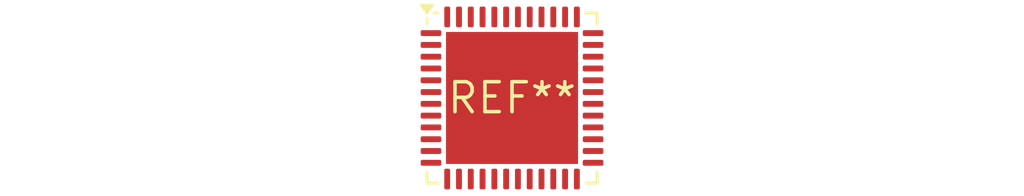
<source format=kicad_pcb>
(kicad_pcb (version 20240108) (generator pcbnew)
  (layers (0 "F.Cu" signal) (31 "B.Cu" signal) (34 "B.Paste" user) (35 "F.Paste" user) (36 "B.SilkS" user "B.Silkscreen") (37 "F.SilkS" user "F.Silkscreen") (38 "B.Mask" user) (39 "F.Mask" user) (44 "Edge.Cuts" user))
  (net 0 "")
  (footprint "QFN-48-1EP_7x7mm_P0.5mm_EP5.6x5.6mm" (layer "F.Cu") (at 0 0)
    (property "Reference" "REF**")
    (property "Value" "QFN-48-1EP_7x7mm_P0.5mm_EP5.6x5.6mm")
    (fp_line (start -3.61 -3.135) (end -3.61 -3.37) (layer "F.SilkS") (stroke (width 0.12)))
    (fp_line (start -3.61 3.61) (end -3.61 3.135) (layer "F.SilkS") (stroke (width 0.12)))
    (fp_line (start -3.135 -3.61) (end -3.31 -3.61) (layer "F.SilkS") (stroke (width 0.12)))
    (fp_line (start -3.135 3.61) (end -3.61 3.61) (layer "F.SilkS") (stroke (width 0.12)))
    (fp_line (start 3.135 -3.61) (end 3.61 -3.61) (layer "F.SilkS") (stroke (width 0.12)))
    (fp_line (start 3.135 3.61) (end 3.61 3.61) (layer "F.SilkS") (stroke (width 0.12)))
    (fp_line (start 3.61 -3.61) (end 3.61 -3.135) (layer "F.SilkS") (stroke (width 0.12)))
    (fp_line (start 3.61 3.61) (end 3.61 3.135) (layer "F.SilkS") (stroke (width 0.12)))
    (fp_poly (pts (xy -3.61 -3.61) (xy -3.85 -3.94) (xy -3.37 -3.94) (xy -3.61 -3.61)) (layer "F.SilkS") (stroke (width 0.12)) (fill solid))
    (pad "1" smd roundrect (at -3.4375 -2.75) (size 0.875 0.25) (layers "F.Cu" "F.Paste" "F.Mask"))
    (pad "2" smd roundrect (at -3.4375 -2.25) (size 0.875 0.25) (layers "F.Cu" "F.Paste" "F.Mask"))
    (pad "3" smd roundrect (at -3.4375 -1.75) (size 0.875 0.25) (layers "F.Cu" "F.Paste" "F.Mask"))
    (pad "4" smd roundrect (at -3.4375 -1.25) (size 0.875 0.25) (layers "F.Cu" "F.Paste" "F.Mask"))
    (pad "5" smd roundrect (at -3.4375 -0.75) (size 0.875 0.25) (layers "F.Cu" "F.Paste" "F.Mask"))
    (pad "6" smd roundrect (at -3.4375 -0.25) (size 0.875 0.25) (layers "F.Cu" "F.Paste" "F.Mask"))
    (pad "7" smd roundrect (at -3.4375 0.25) (size 0.875 0.25) (layers "F.Cu" "F.Paste" "F.Mask"))
    (pad "8" smd roundrect (at -3.4375 0.75) (size 0.875 0.25) (layers "F.Cu" "F.Paste" "F.Mask"))
    (pad "9" smd roundrect (at -3.4375 1.25) (size 0.875 0.25) (layers "F.Cu" "F.Paste" "F.Mask"))
    (pad "10" smd roundrect (at -3.4375 1.75) (size 0.875 0.25) (layers "F.Cu" "F.Paste" "F.Mask"))
    (pad "11" smd roundrect (at -3.4375 2.25) (size 0.875 0.25) (layers "F.Cu" "F.Paste" "F.Mask"))
    (pad "12" smd roundrect (at -3.4375 2.75) (size 0.875 0.25) (layers "F.Cu" "F.Paste" "F.Mask"))
    (pad "13" smd roundrect (at -2.75 3.4375) (size 0.25 0.875) (layers "F.Cu" "F.Paste" "F.Mask"))
    (pad "14" smd roundrect (at -2.25 3.4375) (size 0.25 0.875) (layers "F.Cu" "F.Paste" "F.Mask"))
    (pad "15" smd roundrect (at -1.75 3.4375) (size 0.25 0.875) (layers "F.Cu" "F.Paste" "F.Mask"))
    (pad "16" smd roundrect (at -1.25 3.4375) (size 0.25 0.875) (layers "F.Cu" "F.Paste" "F.Mask"))
    (pad "17" smd roundrect (at -0.75 3.4375) (size 0.25 0.875) (layers "F.Cu" "F.Paste" "F.Mask"))
    (pad "18" smd roundrect (at -0.25 3.4375) (size 0.25 0.875) (layers "F.Cu" "F.Paste" "F.Mask"))
    (pad "19" smd roundrect (at 0.25 3.4375) (size 0.25 0.875) (layers "F.Cu" "F.Paste" "F.Mask"))
    (pad "20" smd roundrect (at 0.75 3.4375) (size 0.25 0.875) (layers "F.Cu" "F.Paste" "F.Mask"))
    (pad "21" smd roundrect (at 1.25 3.4375) (size 0.25 0.875) (layers "F.Cu" "F.Paste" "F.Mask"))
    (pad "22" smd roundrect (at 1.75 3.4375) (size 0.25 0.875) (layers "F.Cu" "F.Paste" "F.Mask"))
    (pad "23" smd roundrect (at 2.25 3.4375) (size 0.25 0.875) (layers "F.Cu" "F.Paste" "F.Mask"))
    (pad "24" smd roundrect (at 2.75 3.4375) (size 0.25 0.875) (layers "F.Cu" "F.Paste" "F.Mask"))
    (pad "25" smd roundrect (at 3.4375 2.75) (size 0.875 0.25) (layers "F.Cu" "F.Paste" "F.Mask"))
    (pad "26" smd roundrect (at 3.4375 2.25) (size 0.875 0.25) (layers "F.Cu" "F.Paste" "F.Mask"))
    (pad "27" smd roundrect (at 3.4375 1.75) (size 0.875 0.25) (layers "F.Cu" "F.Paste" "F.Mask"))
    (pad "28" smd roundrect (at 3.4375 1.25) (size 0.875 0.25) (layers "F.Cu" "F.Paste" "F.Mask"))
    (pad "29" smd roundrect (at 3.4375 0.75) (size 0.875 0.25) (layers "F.Cu" "F.Paste" "F.Mask"))
    (pad "30" smd roundrect (at 3.4375 0.25) (size 0.875 0.25) (layers "F.Cu" "F.Paste" "F.Mask"))
    (pad "31" smd roundrect (at 3.4375 -0.25) (size 0.875 0.25) (layers "F.Cu" "F.Paste" "F.Mask"))
    (pad "32" smd roundrect (at 3.4375 -0.75) (size 0.875 0.25) (layers "F.Cu" "F.Paste" "F.Mask"))
    (pad "33" smd roundrect (at 3.4375 -1.25) (size 0.875 0.25) (layers "F.Cu" "F.Paste" "F.Mask"))
    (pad "34" smd roundrect (at 3.4375 -1.75) (size 0.875 0.25) (layers "F.Cu" "F.Paste" "F.Mask"))
    (pad "35" smd roundrect (at 3.4375 -2.25) (size 0.875 0.25) (layers "F.Cu" "F.Paste" "F.Mask"))
    (pad "36" smd roundrect (at 3.4375 -2.75) (size 0.875 0.25) (layers "F.Cu" "F.Paste" "F.Mask"))
    (pad "37" smd roundrect (at 2.75 -3.4375) (size 0.25 0.875) (layers "F.Cu" "F.Paste" "F.Mask"))
    (pad "38" smd roundrect (at 2.25 -3.4375) (size 0.25 0.875) (layers "F.Cu" "F.Paste" "F.Mask"))
    (pad "39" smd roundrect (at 1.75 -3.4375) (size 0.25 0.875) (layers "F.Cu" "F.Paste" "F.Mask"))
    (pad "40" smd roundrect (at 1.25 -3.4375) (size 0.25 0.875) (layers "F.Cu" "F.Paste" "F.Mask"))
    (pad "41" smd roundrect (at 0.75 -3.4375) (size 0.25 0.875) (layers "F.Cu" "F.Paste" "F.Mask"))
    (pad "42" smd roundrect (at 0.25 -3.4375) (size 0.25 0.875) (layers "F.Cu" "F.Paste" "F.Mask"))
    (pad "43" smd roundrect (at -0.25 -3.4375) (size 0.25 0.875) (layers "F.Cu" "F.Paste" "F.Mask"))
    (pad "44" smd roundrect (at -0.75 -3.4375) (size 0.25 0.875) (layers "F.Cu" "F.Paste" "F.Mask"))
    (pad "45" smd roundrect (at -1.25 -3.4375) (size 0.25 0.875) (layers "F.Cu" "F.Paste" "F.Mask"))
    (pad "46" smd roundrect (at -1.75 -3.4375) (size 0.25 0.875) (layers "F.Cu" "F.Paste" "F.Mask"))
    (pad "47" smd roundrect (at -2.25 -3.4375) (size 0.25 0.875) (layers "F.Cu" "F.Paste" "F.Mask"))
    (pad "48" smd roundrect (at -2.75 -3.4375) (size 0.25 0.875) (layers "F.Cu" "F.Paste" "F.Mask"))
    (pad "49" smd rect (at 0 0) (size 5.6 5.6) (property pad_prop_heatsink) (layers "F.Cu" "F.Mask"))
  )
)
</source>
